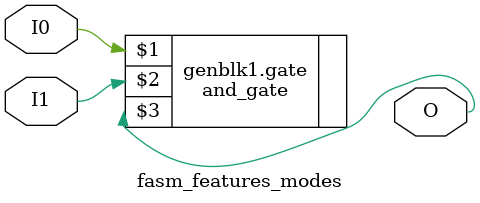
<source format=v>
`include "../common/and_gate.sim.v"
`include "../common/xor_gate.sim.v"

(* FASM_FEATURES = "COMMON_FASM_FEATURES_FOR_ALL_MODES" *)
(* FASM_PREFIX_AND = "TOP_FASM_PREFIX_FOR_AND" *)
(* FASM_PREFIX_XOR = "TOP_FASM_PREFIX_FOR_XOR" *)
(* MODES = "AND; XOR" *)
module fasm_features_modes (
  input  wire I0,
  input  wire I1,
  output wire O
);

parameter MODE = "AND";

generate
    if (MODE == "AND") begin
        (* FASM_PREFIX = "THIS_IS_THE_AND_GATE" *)
        and_gate gate(I0, I1, O);
    end else if (MODE == "XOR") begin
        (* FASM_FEATURES = "THIS_IS_THE_XOR_GATE" *)
        xor_gate gate(I0, I1, O);
    end
endgenerate

endmodule


</source>
